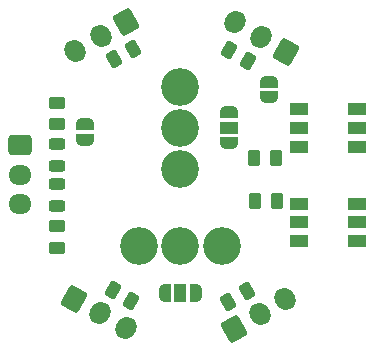
<source format=gbr>
%TF.GenerationSoftware,KiCad,Pcbnew,(7.0.0)*%
%TF.CreationDate,2023-06-29T20:54:47-07:00*%
%TF.ProjectId,glowprism_pipe_pcb,676c6f77-7072-4697-936d-5f706970655f,rev?*%
%TF.SameCoordinates,Original*%
%TF.FileFunction,Soldermask,Top*%
%TF.FilePolarity,Negative*%
%FSLAX46Y46*%
G04 Gerber Fmt 4.6, Leading zero omitted, Abs format (unit mm)*
G04 Created by KiCad (PCBNEW (7.0.0)) date 2023-06-29 20:54:47*
%MOMM*%
%LPD*%
G01*
G04 APERTURE LIST*
G04 Aperture macros list*
%AMRoundRect*
0 Rectangle with rounded corners*
0 $1 Rounding radius*
0 $2 $3 $4 $5 $6 $7 $8 $9 X,Y pos of 4 corners*
0 Add a 4 corners polygon primitive as box body*
4,1,4,$2,$3,$4,$5,$6,$7,$8,$9,$2,$3,0*
0 Add four circle primitives for the rounded corners*
1,1,$1+$1,$2,$3*
1,1,$1+$1,$4,$5*
1,1,$1+$1,$6,$7*
1,1,$1+$1,$8,$9*
0 Add four rect primitives between the rounded corners*
20,1,$1+$1,$2,$3,$4,$5,0*
20,1,$1+$1,$4,$5,$6,$7,0*
20,1,$1+$1,$6,$7,$8,$9,0*
20,1,$1+$1,$8,$9,$2,$3,0*%
%AMHorizOval*
0 Thick line with rounded ends*
0 $1 width*
0 $2 $3 position (X,Y) of the first rounded end (center of the circle)*
0 $4 $5 position (X,Y) of the second rounded end (center of the circle)*
0 Add line between two ends*
20,1,$1,$2,$3,$4,$5,0*
0 Add two circle primitives to create the rounded ends*
1,1,$1,$2,$3*
1,1,$1,$4,$5*%
%AMFreePoly0*
4,1,19,0.500000,-0.750000,0.000000,-0.750000,0.000000,-0.744911,-0.071157,-0.744911,-0.207708,-0.704816,-0.327430,-0.627875,-0.420627,-0.520320,-0.479746,-0.390866,-0.500000,-0.250000,-0.500000,0.250000,-0.479746,0.390866,-0.420627,0.520320,-0.327430,0.627875,-0.207708,0.704816,-0.071157,0.744911,0.000000,0.744911,0.000000,0.750000,0.500000,0.750000,0.500000,-0.750000,0.500000,-0.750000,
$1*%
%AMFreePoly1*
4,1,19,0.000000,0.744911,0.071157,0.744911,0.207708,0.704816,0.327430,0.627875,0.420627,0.520320,0.479746,0.390866,0.500000,0.250000,0.500000,-0.250000,0.479746,-0.390866,0.420627,-0.520320,0.327430,-0.627875,0.207708,-0.704816,0.071157,-0.744911,0.000000,-0.744911,0.000000,-0.750000,-0.500000,-0.750000,-0.500000,0.750000,0.000000,0.750000,0.000000,0.744911,0.000000,0.744911,
$1*%
%AMFreePoly2*
4,1,19,0.550000,-0.750000,0.000000,-0.750000,0.000000,-0.744911,-0.071157,-0.744911,-0.207708,-0.704816,-0.327430,-0.627875,-0.420627,-0.520320,-0.479746,-0.390866,-0.500000,-0.250000,-0.500000,0.250000,-0.479746,0.390866,-0.420627,0.520320,-0.327430,0.627875,-0.207708,0.704816,-0.071157,0.744911,0.000000,0.744911,0.000000,0.750000,0.550000,0.750000,0.550000,-0.750000,0.550000,-0.750000,
$1*%
%AMFreePoly3*
4,1,19,0.000000,0.744911,0.071157,0.744911,0.207708,0.704816,0.327430,0.627875,0.420627,0.520320,0.479746,0.390866,0.500000,0.250000,0.500000,-0.250000,0.479746,-0.390866,0.420627,-0.520320,0.327430,-0.627875,0.207708,-0.704816,0.071157,-0.744911,0.000000,-0.744911,0.000000,-0.750000,-0.550000,-0.750000,-0.550000,0.750000,0.000000,0.750000,0.000000,0.744911,0.000000,0.744911,
$1*%
G04 Aperture macros list end*
%ADD10FreePoly0,270.000000*%
%ADD11FreePoly1,270.000000*%
%ADD12RoundRect,0.250000X-0.262500X-0.450000X0.262500X-0.450000X0.262500X0.450000X-0.262500X0.450000X0*%
%ADD13RoundRect,0.250000X-0.450000X0.262500X-0.450000X-0.262500X0.450000X-0.262500X0.450000X0.262500X0*%
%ADD14FreePoly2,0.000000*%
%ADD15R,1.000000X1.500000*%
%ADD16FreePoly3,0.000000*%
%ADD17FreePoly2,90.000000*%
%ADD18R,1.500000X1.000000*%
%ADD19FreePoly3,90.000000*%
%ADD20FreePoly0,90.000000*%
%ADD21FreePoly1,90.000000*%
%ADD22C,3.200000*%
%ADD23RoundRect,0.250000X0.450000X-0.262500X0.450000X0.262500X-0.450000X0.262500X-0.450000X-0.262500X0*%
%ADD24RoundRect,0.250000X0.002332X0.520961X-0.452332X0.258461X-0.002332X-0.520961X0.452332X-0.258461X0*%
%ADD25RoundRect,0.250000X0.452332X0.258461X-0.002332X0.520961X-0.452332X-0.258461X0.002332X-0.520961X0*%
%ADD26RoundRect,0.250000X-0.452332X-0.258461X0.002332X-0.520961X0.452332X0.258461X-0.002332X0.520961X0*%
%ADD27RoundRect,0.250000X-0.002332X-0.520961X0.452332X-0.258461X0.002332X0.520961X-0.452332X0.258461X0*%
%ADD28RoundRect,0.243750X-0.456250X0.243750X-0.456250X-0.243750X0.456250X-0.243750X0.456250X0.243750X0*%
%ADD29RoundRect,0.243750X0.456250X-0.243750X0.456250X0.243750X-0.456250X0.243750X-0.456250X-0.243750X0*%
%ADD30HorizOval,1.700000X-0.062500X0.108253X0.062500X-0.108253X0*%
%ADD31RoundRect,0.250000X-0.157115X-0.927868X0.882115X-0.327868X0.157115X0.927868X-0.882115X0.327868X0*%
%ADD32RoundRect,0.250000X0.882115X0.327868X-0.157115X0.927868X-0.882115X-0.327868X0.157115X-0.927868X0*%
%ADD33HorizOval,1.700000X0.062500X0.108253X-0.062500X-0.108253X0*%
%ADD34HorizOval,1.700000X-0.062500X-0.108253X0.062500X0.108253X0*%
%ADD35RoundRect,0.250000X-0.882115X-0.327868X0.157115X-0.927868X0.882115X0.327868X-0.157115X0.927868X0*%
%ADD36RoundRect,0.250000X0.157115X0.927868X-0.882115X0.327868X-0.157115X-0.927868X0.882115X-0.327868X0*%
%ADD37O,1.950000X1.700000*%
%ADD38RoundRect,0.250000X-0.725000X0.600000X-0.725000X-0.600000X0.725000X-0.600000X0.725000X0.600000X0*%
G04 APERTURE END LIST*
D10*
%TO.C,JP1*%
X7543800Y7904000D03*
D11*
X7543800Y6604000D03*
%TD*%
D12*
%TO.C,R6*%
X8075300Y1498600D03*
X6250300Y1498600D03*
%TD*%
D13*
%TO.C,R8*%
X-10414000Y4308700D03*
X-10414000Y6133700D03*
%TD*%
D12*
%TO.C,R5*%
X8152900Y-2209800D03*
X6327900Y-2209800D03*
%TD*%
D14*
%TO.C,JP4*%
X-1295400Y-10007600D03*
D15*
X4599Y-10007599D03*
D16*
X1304600Y-10007600D03*
%TD*%
D17*
%TO.C,JP3*%
X4150100Y2738600D03*
D18*
X4150099Y4038599D03*
D19*
X4150100Y5338600D03*
%TD*%
D20*
%TO.C,JP2*%
X-8077200Y3018000D03*
D21*
X-8077200Y4318000D03*
%TD*%
D22*
%TO.C,J7*%
X-3500000Y-6000000D03*
X0Y-6000000D03*
X3500000Y-6000000D03*
%TD*%
%TO.C,J6*%
X0Y7500000D03*
X0Y4000000D03*
X0Y500000D03*
%TD*%
D23*
%TO.C,R7*%
X-10425600Y-6121800D03*
X-10425600Y-4296800D03*
%TD*%
D24*
%TO.C,R1*%
X4061152Y-10692450D03*
X5641648Y-9779950D03*
%TD*%
D25*
%TO.C,R2*%
X4137352Y10590850D03*
X5717848Y9678350D03*
%TD*%
D26*
%TO.C,R3*%
X-4137352Y-10667050D03*
X-5717848Y-9754550D03*
%TD*%
D27*
%TO.C,R4*%
X-4010352Y10717850D03*
X-5590848Y9805350D03*
%TD*%
D18*
%TO.C,D1*%
X10049999Y-2399999D03*
X10049999Y-3999999D03*
X10049999Y-5599999D03*
X14949999Y-5599999D03*
X14949999Y-3999999D03*
X14949999Y-2399999D03*
%TD*%
%TO.C,D2*%
X14949999Y5599999D03*
X14949999Y3999999D03*
X14949999Y2399999D03*
X10049999Y2399999D03*
X10049999Y3999999D03*
X10049999Y5599999D03*
%TD*%
D28*
%TO.C,D4*%
X-10425600Y2662400D03*
X-10425600Y787400D03*
%TD*%
D29*
%TO.C,D3*%
X-10425600Y-2641600D03*
X-10425600Y-766600D03*
%TD*%
D30*
%TO.C,J1*%
X8900421Y-10495983D03*
X6735358Y-11745983D03*
D31*
X4570295Y-12995984D03*
%TD*%
D32*
%TO.C,J2*%
X8969705Y10455984D03*
D33*
X6804640Y11705983D03*
X4639577Y12955983D03*
%TD*%
D34*
%TO.C,J3*%
X-4639577Y-12955983D03*
X-6804640Y-11705983D03*
D35*
X-8969705Y-10455984D03*
%TD*%
D36*
%TO.C,J4*%
X-4570295Y12995984D03*
D30*
X-6735358Y11745983D03*
X-8900421Y10495983D03*
%TD*%
D37*
%TO.C,J5*%
X-13539999Y-2459999D03*
X-13539999Y39999D03*
D38*
X-13540000Y2540000D03*
%TD*%
M02*

</source>
